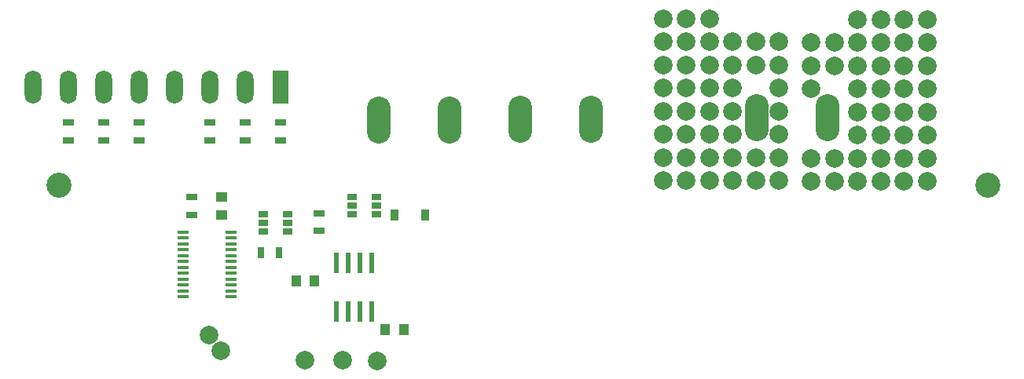
<source format=gbr>
G04 #@! TF.FileFunction,Soldermask,Bot*
%FSLAX46Y46*%
G04 Gerber Fmt 4.6, Leading zero omitted, Abs format (unit mm)*
G04 Created by KiCad (PCBNEW 4.0.6) date Thu Jun  1 11:47:27 2017*
%MOMM*%
%LPD*%
G01*
G04 APERTURE LIST*
%ADD10C,0.100000*%
%ADD11C,1.998980*%
%ADD12R,1.000000X0.700000*%
%ADD13R,0.700000X1.300000*%
%ADD14R,1.300000X0.700000*%
%ADD15R,1.250000X1.000000*%
%ADD16R,1.143000X0.419100*%
%ADD17O,2.540000X5.080000*%
%ADD18R,1.000000X1.250000*%
%ADD19R,0.900000X1.200000*%
%ADD20R,0.599440X2.199640*%
%ADD21R,1.800000X3.600000*%
%ADD22O,1.800000X3.600000*%
%ADD23C,2.700000*%
G04 APERTURE END LIST*
D10*
D11*
X77410000Y-77830000D03*
X76170000Y-76120000D03*
X86500000Y-78900000D03*
X90530000Y-78900000D03*
X94210000Y-78930000D03*
D12*
X94173641Y-62172909D03*
X91573641Y-63122909D03*
X94173641Y-61222909D03*
X91573641Y-61222909D03*
X94173641Y-63122909D03*
X91573641Y-62172909D03*
D13*
X83650000Y-67250000D03*
X81750000Y-67250000D03*
D14*
X74250000Y-63184212D03*
X74250000Y-61284212D03*
D15*
X77500000Y-63234212D03*
X77500000Y-61234212D03*
D14*
X88000000Y-63034212D03*
X88000000Y-64934212D03*
D16*
X78520000Y-72016712D03*
X78520000Y-71381712D03*
X78520000Y-70746712D03*
X78520000Y-70111712D03*
X78520000Y-69476712D03*
X78520000Y-68841712D03*
X78520000Y-65031712D03*
X78520000Y-65666712D03*
X78520000Y-66301712D03*
X78520000Y-66936712D03*
X78520000Y-67571712D03*
X78520000Y-68206712D03*
X73320000Y-68206712D03*
X73320000Y-67571712D03*
X73320000Y-66936712D03*
X73320000Y-66301712D03*
X73320000Y-65666712D03*
X73320000Y-65031712D03*
X73320000Y-68841712D03*
X73320000Y-69476712D03*
X73320000Y-70111712D03*
X73320000Y-70746712D03*
X73320000Y-71381712D03*
X73320000Y-72016712D03*
D12*
X84600000Y-64034212D03*
X82000000Y-64984212D03*
X84600000Y-63084212D03*
X82000000Y-63084212D03*
X84600000Y-64984212D03*
X82000000Y-64034212D03*
D11*
X132550000Y-59500000D03*
X125050000Y-57000000D03*
X125050000Y-59500000D03*
X127550000Y-57000000D03*
X130050000Y-57000000D03*
X132550000Y-57000000D03*
X130050000Y-59500000D03*
X127550000Y-59500000D03*
X146000000Y-52090000D03*
X148500000Y-52090000D03*
X148500000Y-47090000D03*
X146000000Y-47090000D03*
X148500000Y-49590000D03*
X146000000Y-49590000D03*
X148500000Y-44590000D03*
X146000000Y-42090000D03*
X146000000Y-44590000D03*
X153500000Y-49590000D03*
X153500000Y-52090000D03*
X151000000Y-52090000D03*
X151000000Y-49590000D03*
X151000000Y-47090000D03*
X153500000Y-44590000D03*
X151000000Y-44590000D03*
X153500000Y-47090000D03*
X153500000Y-42090000D03*
X151000000Y-42090000D03*
X148500000Y-42090000D03*
X148500000Y-57090000D03*
X148500000Y-59590000D03*
X141000000Y-59590000D03*
X141000000Y-57090000D03*
X135050000Y-57000000D03*
X137550000Y-59500000D03*
X137550000Y-57000000D03*
X135050000Y-59500000D03*
X143500000Y-59590000D03*
X146000000Y-54590000D03*
X146000000Y-59590000D03*
X146000000Y-57090000D03*
X143500000Y-57090000D03*
X153500000Y-57090000D03*
X153500000Y-54590000D03*
X151000000Y-54590000D03*
X148500000Y-54590000D03*
X153500000Y-59590000D03*
X151000000Y-59590000D03*
X151000000Y-57090000D03*
X137550000Y-47000000D03*
X135050000Y-47000000D03*
X132550000Y-47000000D03*
X137550000Y-44500000D03*
X135050000Y-44500000D03*
X132550000Y-44500000D03*
X127550000Y-42000000D03*
X130050000Y-44500000D03*
X127550000Y-44500000D03*
X125050000Y-44500000D03*
X130050000Y-42000000D03*
X125050000Y-42000000D03*
X137550000Y-49500000D03*
X137550000Y-54500000D03*
X132550000Y-54500000D03*
X137550000Y-52000000D03*
X132550000Y-52000000D03*
X132550000Y-49500000D03*
X127550000Y-47000000D03*
X130050000Y-49500000D03*
X125050000Y-49500000D03*
X130050000Y-47000000D03*
X127550000Y-49500000D03*
X125050000Y-47000000D03*
D17*
X142770000Y-52700000D03*
X135150000Y-52700000D03*
D11*
X141000000Y-44590000D03*
X143500000Y-47090000D03*
X141000000Y-49590000D03*
X141000000Y-47090000D03*
X143500000Y-44590000D03*
X127550000Y-54500000D03*
X130050000Y-54500000D03*
X125050000Y-54500000D03*
X130050000Y-52000000D03*
X127550000Y-52000000D03*
X125050000Y-52000000D03*
D18*
X87500000Y-70300000D03*
X85500000Y-70300000D03*
X95100000Y-75600000D03*
X97100000Y-75600000D03*
D19*
X99450000Y-63200000D03*
X96150000Y-63200000D03*
D20*
X89845000Y-68401580D03*
X91115000Y-68401580D03*
X92385000Y-68401580D03*
X93655000Y-68401580D03*
X93655000Y-73598420D03*
X92385000Y-73598420D03*
X91115000Y-73598420D03*
X89845000Y-73598420D03*
D14*
X64750000Y-55150000D03*
X64750000Y-53250000D03*
X76180000Y-55150000D03*
X76180000Y-53250000D03*
X68560000Y-55150000D03*
X68560000Y-53250000D03*
X83800000Y-55150000D03*
X83800000Y-53250000D03*
X60940000Y-55150000D03*
X60940000Y-53250000D03*
X80000000Y-55150000D03*
X80000000Y-53250000D03*
D17*
X102020000Y-53000000D03*
X94400000Y-53000000D03*
D21*
X83810000Y-49400000D03*
D22*
X80000000Y-49400000D03*
X76190000Y-49400000D03*
X72380000Y-49400000D03*
X68570000Y-49400000D03*
X64760000Y-49400000D03*
X60950000Y-49400000D03*
X57140000Y-49400000D03*
D17*
X117320000Y-52900000D03*
X109700000Y-52900000D03*
D23*
X60000000Y-60000000D03*
X160000000Y-60000000D03*
M02*

</source>
